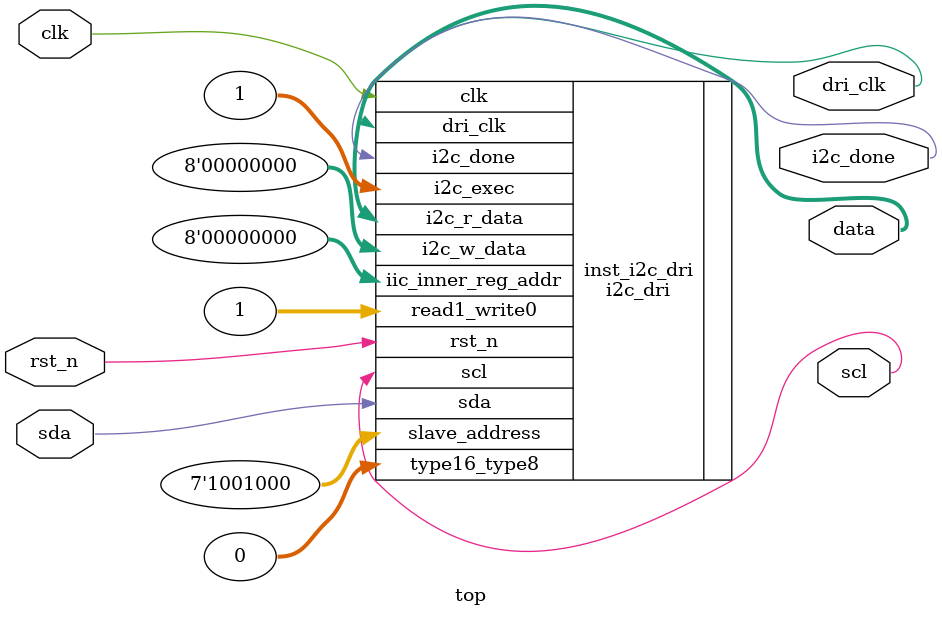
<source format=v>
`timescale 1ns / 1ps


module top(
    input clk,
    input rst_n,

    output scl,
    inout sda,

    output dri_clk,

    output i2c_done,
    output [7:0] data
    );

i2c_dri inst_i2c_dri
    (
        .clk                (clk),
        .rst_n              (rst_n),
        .slave_address      (7'b100_1000),
        .iic_inner_reg_addr (8'b0),
        .i2c_w_data         (8'b0),
        .i2c_r_data         (data),
        .type16_type8       (0),
        .read1_write0       (1),
        .i2c_exec           (1),
        .i2c_done           (i2c_done),
        .scl                (scl),
        .sda                (sda),
        .dri_clk            (dri_clk)
    );

endmodule

</source>
